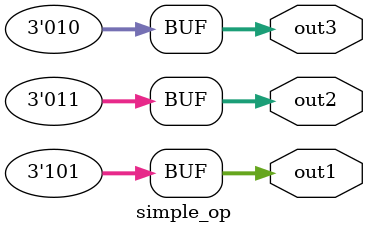
<source format=v>
 
module simple_op(out1,out2,out3);

    output reg [2:0] out1;
    output reg [2:0] out2;
    output reg [2:0] out3;

    initial begin
            out1 = 3'b101;
        #20 out2 = 3'b011;
        #30 out3 = 3'b010;
    end
endmodule 
</source>
